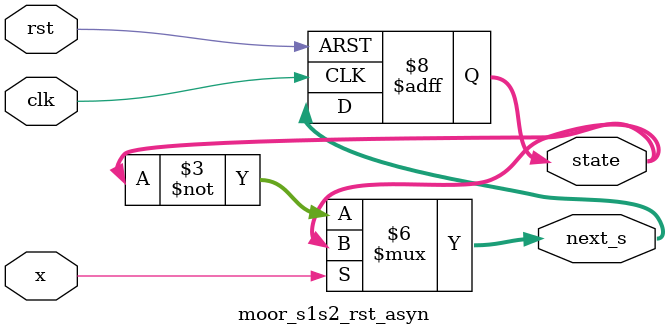
<source format=v>
module moor_s1s2_rst_asyn(
    input clk, rst, x,
    output reg [1:0]state, next_s
);
    
    always @(state, x) begin
        if (x == 1) begin
            next_s = state;
        end
        else begin
            next_s = ~state;
        end
    end

    always @(posedge clk, posedge rst) begin
        if (rst) state <= 2'b01;
        else state <= next_s;
    end
    
endmodule
</source>
